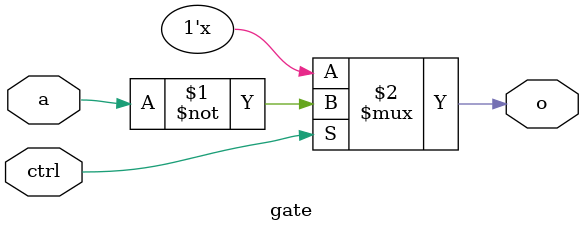
<source format=v>
module test;
  reg [1:0] pattin;
  wire a, ctl;
  wire o, pattout; 
  reg [10*8:0] patFile, fltFile, rptFile;

  assign {a, ctl} = pattin;
  assign pattout = o;
  gate g1(a, ctl, o);
  initial
  begin
    patFile = "pat.txt";
    fltFile = "fault.txt";
    rptFile = "fault.rpt";
    $faultEnumerate(fltFile);
    $generatePatterns(pattin, pattout, fltFile, patFile, rptFile);
  end
endmodule

module gate (
a,
ctrl,
o
);
input  a;
input  ctrl;
output  o;
notif1 (o, a, ctrl);
endmodule

</source>
